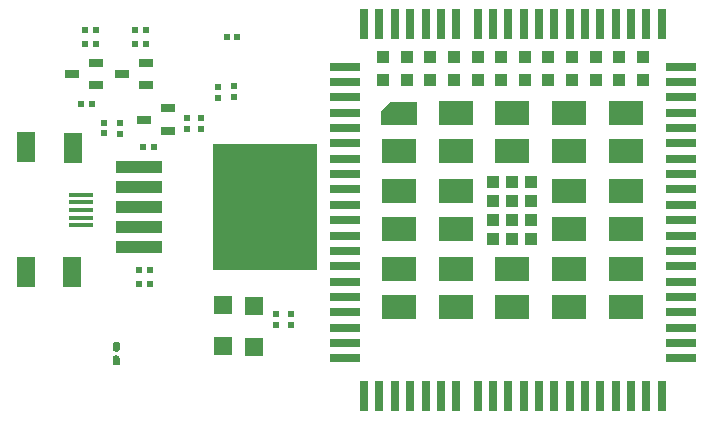
<source format=gbp>
G04 Layer_Color=128*
%FSLAX44Y44*%
%MOMM*%
G71*
G01*
G75*
%ADD10R,0.6200X0.6200*%
%ADD13R,0.6200X0.6200*%
%ADD22R,1.2500X0.7000*%
%ADD28R,1.6000X1.5200*%
%ADD66R,2.1000X0.4000*%
%ADD67R,1.5000X2.5000*%
%ADD68R,2.5000X0.8000*%
%ADD69R,0.8000X2.5000*%
%ADD70R,1.1000X1.1000*%
%ADD71R,1.1000X1.1000*%
%ADD72R,3.0000X2.0000*%
%ADD73R,1.0000X1.0000*%
%ADD74R,4.0000X1.0693*%
%ADD75R,8.8900X10.6600*%
%ADD76R,0.5400X0.7901*%
G36*
X93413Y47774D02*
Y42810D01*
X93013Y42410D01*
X88413D01*
X88013Y42810D01*
Y47774D01*
X89849Y50461D01*
X91577D01*
X93413Y47774D01*
D02*
G37*
G36*
Y60812D02*
Y55847D01*
X91577Y53161D01*
X89849D01*
X88013Y55847D01*
Y60812D01*
X88413Y61212D01*
X93013D01*
X93413Y60812D01*
D02*
G37*
G36*
X344945Y245147D02*
X314945D01*
Y256897D01*
X323195Y265147D01*
X344945D01*
Y245147D01*
D02*
G37*
D10*
X225921Y76087D02*
D03*
Y85087D02*
D03*
X238122Y76055D02*
D03*
Y85055D02*
D03*
X150241Y242132D02*
D03*
Y251132D02*
D03*
X162069Y251187D02*
D03*
Y242187D02*
D03*
X189962Y269078D02*
D03*
Y278078D02*
D03*
X176365Y268508D02*
D03*
Y277508D02*
D03*
X80137Y238068D02*
D03*
Y247068D02*
D03*
X93489Y237615D02*
D03*
Y246615D02*
D03*
D13*
X122500Y226294D02*
D03*
X113500D02*
D03*
X184214Y319340D02*
D03*
X193214D02*
D03*
X118889Y122807D02*
D03*
X109889D02*
D03*
X110199Y110759D02*
D03*
X119199D02*
D03*
X61121Y263015D02*
D03*
X70121D02*
D03*
X73025Y313670D02*
D03*
X64025D02*
D03*
X73025Y326007D02*
D03*
X64025D02*
D03*
X115697D02*
D03*
X106697D02*
D03*
X106635Y313670D02*
D03*
X115634D02*
D03*
D22*
X53357Y288393D02*
D03*
X73356Y278892D02*
D03*
Y297893D02*
D03*
X95421Y288393D02*
D03*
X115420Y278892D02*
D03*
Y297893D02*
D03*
X114217Y249785D02*
D03*
X134216Y240285D02*
D03*
Y259285D02*
D03*
D28*
X206976Y57436D02*
D03*
Y91636D02*
D03*
X180865Y58291D02*
D03*
Y92491D02*
D03*
D66*
X60938Y166808D02*
D03*
X60898Y160371D02*
D03*
X60977Y186307D02*
D03*
X60860Y179783D02*
D03*
X60920Y173273D02*
D03*
D67*
X14021Y120460D02*
D03*
X14262Y226236D02*
D03*
X53464Y120666D02*
D03*
X53830Y225881D02*
D03*
D68*
X568945Y294647D02*
D03*
Y281647D02*
D03*
Y47647D02*
D03*
Y60647D02*
D03*
Y73647D02*
D03*
Y86647D02*
D03*
Y99647D02*
D03*
Y112647D02*
D03*
Y125647D02*
D03*
Y138647D02*
D03*
Y151647D02*
D03*
Y164647D02*
D03*
Y177647D02*
D03*
Y190647D02*
D03*
Y203647D02*
D03*
Y216647D02*
D03*
Y229647D02*
D03*
Y242647D02*
D03*
Y255647D02*
D03*
Y268647D02*
D03*
X283945Y47647D02*
D03*
Y60647D02*
D03*
Y73647D02*
D03*
Y86647D02*
D03*
Y99647D02*
D03*
Y112647D02*
D03*
Y125647D02*
D03*
Y138647D02*
D03*
Y151647D02*
D03*
Y164647D02*
D03*
Y177647D02*
D03*
Y190647D02*
D03*
Y203647D02*
D03*
Y216647D02*
D03*
Y229647D02*
D03*
Y242647D02*
D03*
Y255647D02*
D03*
Y268647D02*
D03*
Y294647D02*
D03*
Y281647D02*
D03*
D69*
X409445Y330647D02*
D03*
X396445D02*
D03*
X539445D02*
D03*
X526445D02*
D03*
X513445D02*
D03*
X500445D02*
D03*
X487445D02*
D03*
X474445D02*
D03*
X461445D02*
D03*
X448445D02*
D03*
X435445D02*
D03*
X422445D02*
D03*
X552445D02*
D03*
X378445D02*
D03*
X365445D02*
D03*
X352445D02*
D03*
X339445D02*
D03*
X326445D02*
D03*
X313445D02*
D03*
X300445D02*
D03*
X552445Y15647D02*
D03*
X539445D02*
D03*
X526445D02*
D03*
X513445D02*
D03*
X500445D02*
D03*
X487445D02*
D03*
X474445D02*
D03*
X461445D02*
D03*
X448445D02*
D03*
X435445D02*
D03*
X422445D02*
D03*
X409445D02*
D03*
X300445D02*
D03*
X365445D02*
D03*
X352445D02*
D03*
X339445D02*
D03*
X326445D02*
D03*
X313445D02*
D03*
X378445D02*
D03*
X396445D02*
D03*
D70*
X441945Y197147D02*
D03*
X425945D02*
D03*
X441945Y181147D02*
D03*
X425945D02*
D03*
X441945Y165147D02*
D03*
X425945D02*
D03*
X409945Y197147D02*
D03*
Y181147D02*
D03*
Y165147D02*
D03*
D71*
X441945Y149147D02*
D03*
X425945D02*
D03*
X409945D02*
D03*
X316445Y283147D02*
D03*
X336445D02*
D03*
X356445D02*
D03*
X376445D02*
D03*
X396445D02*
D03*
X416445D02*
D03*
X436445D02*
D03*
X456445D02*
D03*
X476445D02*
D03*
X496445D02*
D03*
X516445D02*
D03*
X536445D02*
D03*
X316445Y303147D02*
D03*
X336445D02*
D03*
X356445D02*
D03*
X376445D02*
D03*
X396445D02*
D03*
X416445D02*
D03*
X436445D02*
D03*
X456445D02*
D03*
X476445D02*
D03*
X496445D02*
D03*
X516445D02*
D03*
X536445D02*
D03*
D72*
X329945Y91147D02*
D03*
X377945D02*
D03*
X425945D02*
D03*
X473945D02*
D03*
X521945D02*
D03*
X329945Y123147D02*
D03*
Y157147D02*
D03*
Y223147D02*
D03*
X377945Y255147D02*
D03*
X425945D02*
D03*
X473945D02*
D03*
X521945D02*
D03*
X377945Y223147D02*
D03*
X425945D02*
D03*
X473945D02*
D03*
X521945D02*
D03*
X329945Y189147D02*
D03*
X377945D02*
D03*
X473945D02*
D03*
X521945D02*
D03*
X377945Y123147D02*
D03*
X425945D02*
D03*
X473945D02*
D03*
X521945D02*
D03*
X377945Y157147D02*
D03*
X473945D02*
D03*
X521945D02*
D03*
D73*
X329945Y255147D02*
D03*
D74*
X109984Y141886D02*
D03*
Y175882D02*
D03*
Y158884D02*
D03*
Y192880D02*
D03*
Y209878D02*
D03*
D75*
X216662Y175882D02*
D03*
D76*
X90713Y46360D02*
D03*
Y57261D02*
D03*
M02*

</source>
